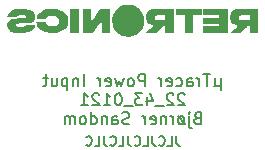
<source format=gbo>
G04 #@! TF.GenerationSoftware,KiCad,Pcbnew,(6.0.8)*
G04 #@! TF.CreationDate,2022-10-30T15:33:41+01:00*
G04 #@! TF.ProjectId,PowerInput,506f7765-7249-46e7-9075-742e6b696361,rev?*
G04 #@! TF.SameCoordinates,Original*
G04 #@! TF.FileFunction,Legend,Bot*
G04 #@! TF.FilePolarity,Positive*
%FSLAX46Y46*%
G04 Gerber Fmt 4.6, Leading zero omitted, Abs format (unit mm)*
G04 Created by KiCad (PCBNEW (6.0.8)) date 2022-10-30 15:33:41*
%MOMM*%
%LPD*%
G01*
G04 APERTURE LIST*
%ADD10C,0.150000*%
%ADD11R,1.700000X1.700000*%
%ADD12O,1.700000X1.700000*%
%ADD13C,3.200000*%
%ADD14C,2.000000*%
%ADD15R,3.000000X3.000000*%
%ADD16C,3.000000*%
%ADD17C,0.800000*%
%ADD18C,6.400000*%
G04 APERTURE END LIST*
D10*
X126195238Y-72061904D02*
X126195238Y-72633333D01*
X126233333Y-72747619D01*
X126309523Y-72823809D01*
X126423809Y-72861904D01*
X126500000Y-72861904D01*
X125433333Y-72861904D02*
X125814285Y-72861904D01*
X125814285Y-72061904D01*
X124709523Y-72785714D02*
X124747619Y-72823809D01*
X124861904Y-72861904D01*
X124938095Y-72861904D01*
X125052380Y-72823809D01*
X125128571Y-72747619D01*
X125166666Y-72671428D01*
X125204761Y-72519047D01*
X125204761Y-72404761D01*
X125166666Y-72252380D01*
X125128571Y-72176190D01*
X125052380Y-72100000D01*
X124938095Y-72061904D01*
X124861904Y-72061904D01*
X124747619Y-72100000D01*
X124709523Y-72138095D01*
X124138095Y-72061904D02*
X124138095Y-72633333D01*
X124176190Y-72747619D01*
X124252380Y-72823809D01*
X124366666Y-72861904D01*
X124442857Y-72861904D01*
X123376190Y-72861904D02*
X123757142Y-72861904D01*
X123757142Y-72061904D01*
X122652380Y-72785714D02*
X122690476Y-72823809D01*
X122804761Y-72861904D01*
X122880952Y-72861904D01*
X122995238Y-72823809D01*
X123071428Y-72747619D01*
X123109523Y-72671428D01*
X123147619Y-72519047D01*
X123147619Y-72404761D01*
X123109523Y-72252380D01*
X123071428Y-72176190D01*
X122995238Y-72100000D01*
X122880952Y-72061904D01*
X122804761Y-72061904D01*
X122690476Y-72100000D01*
X122652380Y-72138095D01*
X122080952Y-72061904D02*
X122080952Y-72633333D01*
X122119047Y-72747619D01*
X122195238Y-72823809D01*
X122309523Y-72861904D01*
X122385714Y-72861904D01*
X121319047Y-72861904D02*
X121700000Y-72861904D01*
X121700000Y-72061904D01*
X120595238Y-72785714D02*
X120633333Y-72823809D01*
X120747619Y-72861904D01*
X120823809Y-72861904D01*
X120938095Y-72823809D01*
X121014285Y-72747619D01*
X121052380Y-72671428D01*
X121090476Y-72519047D01*
X121090476Y-72404761D01*
X121052380Y-72252380D01*
X121014285Y-72176190D01*
X120938095Y-72100000D01*
X120823809Y-72061904D01*
X120747619Y-72061904D01*
X120633333Y-72100000D01*
X120595238Y-72138095D01*
X120023809Y-72061904D02*
X120023809Y-72633333D01*
X120061904Y-72747619D01*
X120138095Y-72823809D01*
X120252380Y-72861904D01*
X120328571Y-72861904D01*
X119261904Y-72861904D02*
X119642857Y-72861904D01*
X119642857Y-72061904D01*
X118538095Y-72785714D02*
X118576190Y-72823809D01*
X118690476Y-72861904D01*
X118766666Y-72861904D01*
X118880952Y-72823809D01*
X118957142Y-72747619D01*
X118995238Y-72671428D01*
X119033333Y-72519047D01*
X119033333Y-72404761D01*
X118995238Y-72252380D01*
X118957142Y-72176190D01*
X118880952Y-72100000D01*
X118766666Y-72061904D01*
X118690476Y-72061904D01*
X118576190Y-72100000D01*
X118538095Y-72138095D01*
X129952380Y-67175714D02*
X129952380Y-68175714D01*
X129476190Y-67699523D02*
X129428571Y-67794761D01*
X129333333Y-67842380D01*
X129952380Y-67699523D02*
X129904761Y-67794761D01*
X129809523Y-67842380D01*
X129619047Y-67842380D01*
X129523809Y-67794761D01*
X129476190Y-67699523D01*
X129476190Y-67175714D01*
X129047619Y-66842380D02*
X128476190Y-66842380D01*
X128761904Y-67842380D02*
X128761904Y-66842380D01*
X128142857Y-67842380D02*
X128142857Y-67175714D01*
X128142857Y-67366190D02*
X128095238Y-67270952D01*
X128047619Y-67223333D01*
X127952380Y-67175714D01*
X127857142Y-67175714D01*
X127095238Y-67842380D02*
X127095238Y-67318571D01*
X127142857Y-67223333D01*
X127238095Y-67175714D01*
X127428571Y-67175714D01*
X127523809Y-67223333D01*
X127095238Y-67794761D02*
X127190476Y-67842380D01*
X127428571Y-67842380D01*
X127523809Y-67794761D01*
X127571428Y-67699523D01*
X127571428Y-67604285D01*
X127523809Y-67509047D01*
X127428571Y-67461428D01*
X127190476Y-67461428D01*
X127095238Y-67413809D01*
X126190476Y-67794761D02*
X126285714Y-67842380D01*
X126476190Y-67842380D01*
X126571428Y-67794761D01*
X126619047Y-67747142D01*
X126666666Y-67651904D01*
X126666666Y-67366190D01*
X126619047Y-67270952D01*
X126571428Y-67223333D01*
X126476190Y-67175714D01*
X126285714Y-67175714D01*
X126190476Y-67223333D01*
X125380952Y-67794761D02*
X125476190Y-67842380D01*
X125666666Y-67842380D01*
X125761904Y-67794761D01*
X125809523Y-67699523D01*
X125809523Y-67318571D01*
X125761904Y-67223333D01*
X125666666Y-67175714D01*
X125476190Y-67175714D01*
X125380952Y-67223333D01*
X125333333Y-67318571D01*
X125333333Y-67413809D01*
X125809523Y-67509047D01*
X124904761Y-67842380D02*
X124904761Y-67175714D01*
X124904761Y-67366190D02*
X124857142Y-67270952D01*
X124809523Y-67223333D01*
X124714285Y-67175714D01*
X124619047Y-67175714D01*
X123523809Y-67842380D02*
X123523809Y-66842380D01*
X123142857Y-66842380D01*
X123047619Y-66890000D01*
X123000000Y-66937619D01*
X122952380Y-67032857D01*
X122952380Y-67175714D01*
X123000000Y-67270952D01*
X123047619Y-67318571D01*
X123142857Y-67366190D01*
X123523809Y-67366190D01*
X122380952Y-67842380D02*
X122476190Y-67794761D01*
X122523809Y-67747142D01*
X122571428Y-67651904D01*
X122571428Y-67366190D01*
X122523809Y-67270952D01*
X122476190Y-67223333D01*
X122380952Y-67175714D01*
X122238095Y-67175714D01*
X122142857Y-67223333D01*
X122095238Y-67270952D01*
X122047619Y-67366190D01*
X122047619Y-67651904D01*
X122095238Y-67747142D01*
X122142857Y-67794761D01*
X122238095Y-67842380D01*
X122380952Y-67842380D01*
X121714285Y-67175714D02*
X121523809Y-67842380D01*
X121333333Y-67366190D01*
X121142857Y-67842380D01*
X120952380Y-67175714D01*
X120190476Y-67794761D02*
X120285714Y-67842380D01*
X120476190Y-67842380D01*
X120571428Y-67794761D01*
X120619047Y-67699523D01*
X120619047Y-67318571D01*
X120571428Y-67223333D01*
X120476190Y-67175714D01*
X120285714Y-67175714D01*
X120190476Y-67223333D01*
X120142857Y-67318571D01*
X120142857Y-67413809D01*
X120619047Y-67509047D01*
X119714285Y-67842380D02*
X119714285Y-67175714D01*
X119714285Y-67366190D02*
X119666666Y-67270952D01*
X119619047Y-67223333D01*
X119523809Y-67175714D01*
X119428571Y-67175714D01*
X118333333Y-67842380D02*
X118333333Y-66842380D01*
X117857142Y-67175714D02*
X117857142Y-67842380D01*
X117857142Y-67270952D02*
X117809523Y-67223333D01*
X117714285Y-67175714D01*
X117571428Y-67175714D01*
X117476190Y-67223333D01*
X117428571Y-67318571D01*
X117428571Y-67842380D01*
X116952380Y-67175714D02*
X116952380Y-68175714D01*
X116952380Y-67223333D02*
X116857142Y-67175714D01*
X116666666Y-67175714D01*
X116571428Y-67223333D01*
X116523809Y-67270952D01*
X116476190Y-67366190D01*
X116476190Y-67651904D01*
X116523809Y-67747142D01*
X116571428Y-67794761D01*
X116666666Y-67842380D01*
X116857142Y-67842380D01*
X116952380Y-67794761D01*
X115619047Y-67175714D02*
X115619047Y-67842380D01*
X116047619Y-67175714D02*
X116047619Y-67699523D01*
X116000000Y-67794761D01*
X115904761Y-67842380D01*
X115761904Y-67842380D01*
X115666666Y-67794761D01*
X115619047Y-67747142D01*
X115285714Y-67175714D02*
X114904761Y-67175714D01*
X115142857Y-66842380D02*
X115142857Y-67699523D01*
X115095238Y-67794761D01*
X115000000Y-67842380D01*
X114904761Y-67842380D01*
X126880952Y-68547619D02*
X126833333Y-68500000D01*
X126738095Y-68452380D01*
X126500000Y-68452380D01*
X126404761Y-68500000D01*
X126357142Y-68547619D01*
X126309523Y-68642857D01*
X126309523Y-68738095D01*
X126357142Y-68880952D01*
X126928571Y-69452380D01*
X126309523Y-69452380D01*
X125928571Y-68547619D02*
X125880952Y-68500000D01*
X125785714Y-68452380D01*
X125547619Y-68452380D01*
X125452380Y-68500000D01*
X125404761Y-68547619D01*
X125357142Y-68642857D01*
X125357142Y-68738095D01*
X125404761Y-68880952D01*
X125976190Y-69452380D01*
X125357142Y-69452380D01*
X125166666Y-69547619D02*
X124404761Y-69547619D01*
X123738095Y-68785714D02*
X123738095Y-69452380D01*
X123976190Y-68404761D02*
X124214285Y-69119047D01*
X123595238Y-69119047D01*
X123309523Y-68452380D02*
X122690476Y-68452380D01*
X123023809Y-68833333D01*
X122880952Y-68833333D01*
X122785714Y-68880952D01*
X122738095Y-68928571D01*
X122690476Y-69023809D01*
X122690476Y-69261904D01*
X122738095Y-69357142D01*
X122785714Y-69404761D01*
X122880952Y-69452380D01*
X123166666Y-69452380D01*
X123261904Y-69404761D01*
X123309523Y-69357142D01*
X122500000Y-69547619D02*
X121738095Y-69547619D01*
X121309523Y-68452380D02*
X121214285Y-68452380D01*
X121119047Y-68500000D01*
X121071428Y-68547619D01*
X121023809Y-68642857D01*
X120976190Y-68833333D01*
X120976190Y-69071428D01*
X121023809Y-69261904D01*
X121071428Y-69357142D01*
X121119047Y-69404761D01*
X121214285Y-69452380D01*
X121309523Y-69452380D01*
X121404761Y-69404761D01*
X121452380Y-69357142D01*
X121500000Y-69261904D01*
X121547619Y-69071428D01*
X121547619Y-68833333D01*
X121500000Y-68642857D01*
X121452380Y-68547619D01*
X121404761Y-68500000D01*
X121309523Y-68452380D01*
X120023809Y-69452380D02*
X120595238Y-69452380D01*
X120309523Y-69452380D02*
X120309523Y-68452380D01*
X120404761Y-68595238D01*
X120500000Y-68690476D01*
X120595238Y-68738095D01*
X119642857Y-68547619D02*
X119595238Y-68500000D01*
X119500000Y-68452380D01*
X119261904Y-68452380D01*
X119166666Y-68500000D01*
X119119047Y-68547619D01*
X119071428Y-68642857D01*
X119071428Y-68738095D01*
X119119047Y-68880952D01*
X119690476Y-69452380D01*
X119071428Y-69452380D01*
X118119047Y-69452380D02*
X118690476Y-69452380D01*
X118404761Y-69452380D02*
X118404761Y-68452380D01*
X118500000Y-68595238D01*
X118595238Y-68690476D01*
X118690476Y-68738095D01*
X127952380Y-70538571D02*
X127809523Y-70586190D01*
X127761904Y-70633809D01*
X127714285Y-70729047D01*
X127714285Y-70871904D01*
X127761904Y-70967142D01*
X127809523Y-71014761D01*
X127904761Y-71062380D01*
X128285714Y-71062380D01*
X128285714Y-70062380D01*
X127952380Y-70062380D01*
X127857142Y-70110000D01*
X127809523Y-70157619D01*
X127761904Y-70252857D01*
X127761904Y-70348095D01*
X127809523Y-70443333D01*
X127857142Y-70490952D01*
X127952380Y-70538571D01*
X128285714Y-70538571D01*
X127285714Y-70395714D02*
X127285714Y-71252857D01*
X127333333Y-71348095D01*
X127428571Y-71395714D01*
X127476190Y-71395714D01*
X127285714Y-70062380D02*
X127333333Y-70110000D01*
X127285714Y-70157619D01*
X127238095Y-70110000D01*
X127285714Y-70062380D01*
X127285714Y-70157619D01*
X126285714Y-70395714D02*
X126904761Y-71062380D01*
X126666666Y-71062380D02*
X126761904Y-71014761D01*
X126809523Y-70967142D01*
X126857142Y-70871904D01*
X126857142Y-70586190D01*
X126809523Y-70490952D01*
X126761904Y-70443333D01*
X126666666Y-70395714D01*
X126523809Y-70395714D01*
X126428571Y-70443333D01*
X126380952Y-70490952D01*
X126333333Y-70586190D01*
X126333333Y-70871904D01*
X126380952Y-70967142D01*
X126428571Y-71014761D01*
X126523809Y-71062380D01*
X126666666Y-71062380D01*
X125904761Y-71062380D02*
X125904761Y-70395714D01*
X125904761Y-70586190D02*
X125857142Y-70490952D01*
X125809523Y-70443333D01*
X125714285Y-70395714D01*
X125619047Y-70395714D01*
X125285714Y-70395714D02*
X125285714Y-71062380D01*
X125285714Y-70490952D02*
X125238095Y-70443333D01*
X125142857Y-70395714D01*
X125000000Y-70395714D01*
X124904761Y-70443333D01*
X124857142Y-70538571D01*
X124857142Y-71062380D01*
X124000000Y-71014761D02*
X124095238Y-71062380D01*
X124285714Y-71062380D01*
X124380952Y-71014761D01*
X124428571Y-70919523D01*
X124428571Y-70538571D01*
X124380952Y-70443333D01*
X124285714Y-70395714D01*
X124095238Y-70395714D01*
X124000000Y-70443333D01*
X123952380Y-70538571D01*
X123952380Y-70633809D01*
X124428571Y-70729047D01*
X123523809Y-71062380D02*
X123523809Y-70395714D01*
X123523809Y-70586190D02*
X123476190Y-70490952D01*
X123428571Y-70443333D01*
X123333333Y-70395714D01*
X123238095Y-70395714D01*
X122190476Y-71014761D02*
X122047619Y-71062380D01*
X121809523Y-71062380D01*
X121714285Y-71014761D01*
X121666666Y-70967142D01*
X121619047Y-70871904D01*
X121619047Y-70776666D01*
X121666666Y-70681428D01*
X121714285Y-70633809D01*
X121809523Y-70586190D01*
X122000000Y-70538571D01*
X122095238Y-70490952D01*
X122142857Y-70443333D01*
X122190476Y-70348095D01*
X122190476Y-70252857D01*
X122142857Y-70157619D01*
X122095238Y-70110000D01*
X122000000Y-70062380D01*
X121761904Y-70062380D01*
X121619047Y-70110000D01*
X120761904Y-71062380D02*
X120761904Y-70538571D01*
X120809523Y-70443333D01*
X120904761Y-70395714D01*
X121095238Y-70395714D01*
X121190476Y-70443333D01*
X120761904Y-71014761D02*
X120857142Y-71062380D01*
X121095238Y-71062380D01*
X121190476Y-71014761D01*
X121238095Y-70919523D01*
X121238095Y-70824285D01*
X121190476Y-70729047D01*
X121095238Y-70681428D01*
X120857142Y-70681428D01*
X120761904Y-70633809D01*
X120285714Y-70395714D02*
X120285714Y-71062380D01*
X120285714Y-70490952D02*
X120238095Y-70443333D01*
X120142857Y-70395714D01*
X120000000Y-70395714D01*
X119904761Y-70443333D01*
X119857142Y-70538571D01*
X119857142Y-71062380D01*
X118952380Y-71062380D02*
X118952380Y-70062380D01*
X118952380Y-71014761D02*
X119047619Y-71062380D01*
X119238095Y-71062380D01*
X119333333Y-71014761D01*
X119380952Y-70967142D01*
X119428571Y-70871904D01*
X119428571Y-70586190D01*
X119380952Y-70490952D01*
X119333333Y-70443333D01*
X119238095Y-70395714D01*
X119047619Y-70395714D01*
X118952380Y-70443333D01*
X118333333Y-71062380D02*
X118428571Y-71014761D01*
X118476190Y-70967142D01*
X118523809Y-70871904D01*
X118523809Y-70586190D01*
X118476190Y-70490952D01*
X118428571Y-70443333D01*
X118333333Y-70395714D01*
X118190476Y-70395714D01*
X118095238Y-70443333D01*
X118047619Y-70490952D01*
X118000000Y-70586190D01*
X118000000Y-70871904D01*
X118047619Y-70967142D01*
X118095238Y-71014761D01*
X118190476Y-71062380D01*
X118333333Y-71062380D01*
X117571428Y-71062380D02*
X117571428Y-70395714D01*
X117571428Y-70490952D02*
X117523809Y-70443333D01*
X117428571Y-70395714D01*
X117285714Y-70395714D01*
X117190476Y-70443333D01*
X117142857Y-70538571D01*
X117142857Y-71062380D01*
X117142857Y-70538571D02*
X117095238Y-70443333D01*
X117000000Y-70395714D01*
X116857142Y-70395714D01*
X116761904Y-70443333D01*
X116714285Y-70538571D01*
X116714285Y-71062380D01*
G36*
X122155479Y-60939234D02*
G01*
X122256353Y-60940785D01*
X122333190Y-60945339D01*
X122396664Y-60954216D01*
X122457449Y-60968742D01*
X122526219Y-60990238D01*
X122721699Y-61070744D01*
X122899574Y-61179504D01*
X123063350Y-61320264D01*
X123146356Y-61409751D01*
X123278818Y-61592594D01*
X123377526Y-61789136D01*
X123441838Y-61995849D01*
X123471112Y-62209206D01*
X123464706Y-62425676D01*
X123421979Y-62641734D01*
X123342288Y-62853849D01*
X123334017Y-62871138D01*
X123232235Y-63049564D01*
X123112309Y-63206345D01*
X122980369Y-63333361D01*
X122953076Y-63354298D01*
X122855511Y-63418646D01*
X122741976Y-63482008D01*
X122623995Y-63538701D01*
X122513090Y-63583041D01*
X122420785Y-63609347D01*
X122378308Y-63617614D01*
X122317077Y-63629555D01*
X122277012Y-63637399D01*
X122260191Y-63640355D01*
X122147929Y-63647959D01*
X122014785Y-63641258D01*
X121872575Y-63621786D01*
X121733114Y-63591074D01*
X121608218Y-63550656D01*
X121495523Y-63498310D01*
X121332143Y-63395756D01*
X121178687Y-63269476D01*
X121044624Y-63127574D01*
X120939427Y-62978159D01*
X120934542Y-62969700D01*
X120838908Y-62765320D01*
X120779193Y-62551240D01*
X120755508Y-62331310D01*
X120767965Y-62109378D01*
X120816675Y-61889293D01*
X120901749Y-61674906D01*
X120902574Y-61673228D01*
X120953483Y-61576402D01*
X121004153Y-61497759D01*
X121064711Y-61423341D01*
X121145284Y-61339187D01*
X121213491Y-61274287D01*
X121364164Y-61154499D01*
X121523264Y-61062141D01*
X121701917Y-60990238D01*
X121726716Y-60982111D01*
X121791594Y-60963119D01*
X121852093Y-60950650D01*
X121918889Y-60943382D01*
X122002656Y-60939991D01*
X122114068Y-60939155D01*
X122155479Y-60939234D01*
G37*
G36*
X115877682Y-61285929D02*
G01*
X115965547Y-61290152D01*
X116039233Y-61297800D01*
X116107976Y-61309652D01*
X116181012Y-61326491D01*
X116280109Y-61354514D01*
X116479368Y-61433776D01*
X116651280Y-61535970D01*
X116794306Y-61659620D01*
X116906908Y-61803253D01*
X116987546Y-61965393D01*
X117034682Y-62144566D01*
X117046290Y-62271402D01*
X117035504Y-62454942D01*
X116993896Y-62629138D01*
X116971705Y-62687123D01*
X116883820Y-62846991D01*
X116764592Y-62986729D01*
X116615651Y-63105189D01*
X116438632Y-63201229D01*
X116235165Y-63273701D01*
X116006883Y-63321463D01*
X115912047Y-63332216D01*
X115735479Y-63339640D01*
X115549869Y-63334108D01*
X115366768Y-63316504D01*
X115197728Y-63287710D01*
X115054300Y-63248611D01*
X114916943Y-63193133D01*
X114744884Y-63096567D01*
X114600162Y-62980719D01*
X114485238Y-62848075D01*
X114402576Y-62701120D01*
X114354636Y-62542340D01*
X114336359Y-62441698D01*
X115112436Y-62441698D01*
X115135215Y-62496691D01*
X115141762Y-62510927D01*
X115195984Y-62586040D01*
X115277117Y-62656485D01*
X115375880Y-62713886D01*
X115421520Y-62732809D01*
X115468272Y-62745786D01*
X115524328Y-62753441D01*
X115599359Y-62757078D01*
X115703035Y-62758000D01*
X115768776Y-62757826D01*
X115849543Y-62756089D01*
X115907943Y-62751111D01*
X115953827Y-62741239D01*
X115997046Y-62724819D01*
X116047453Y-62700197D01*
X116113464Y-62660445D01*
X116201536Y-62576305D01*
X116257680Y-62471225D01*
X116282889Y-62343704D01*
X116282810Y-62265662D01*
X116255316Y-62141335D01*
X116194686Y-62034401D01*
X116102819Y-61947760D01*
X115981617Y-61884310D01*
X115954516Y-61875339D01*
X115846987Y-61854704D01*
X115721833Y-61847450D01*
X115592580Y-61853182D01*
X115472753Y-61871503D01*
X115375880Y-61902019D01*
X115356087Y-61911412D01*
X115260164Y-61971230D01*
X115183396Y-62043028D01*
X115135215Y-62118328D01*
X115112436Y-62173321D01*
X114333535Y-62173321D01*
X114344621Y-62101434D01*
X114355850Y-62043047D01*
X114412159Y-61882261D01*
X114502395Y-61736717D01*
X114625074Y-61607792D01*
X114778707Y-61496862D01*
X114961808Y-61405303D01*
X115172891Y-61334492D01*
X115244042Y-61316499D01*
X115311014Y-61302853D01*
X115379036Y-61293732D01*
X115457426Y-61288219D01*
X115555507Y-61285397D01*
X115682597Y-61284350D01*
X115766403Y-61284348D01*
X115877682Y-61285929D01*
G37*
G36*
X113219276Y-61279209D02*
G01*
X113453754Y-61302831D01*
X113659831Y-61346232D01*
X113835596Y-61408938D01*
X113980114Y-61490527D01*
X114092450Y-61590577D01*
X114171669Y-61708667D01*
X114194791Y-61759239D01*
X114214123Y-61818982D01*
X114223213Y-61884520D01*
X114225359Y-61972038D01*
X114221851Y-62054051D01*
X114201145Y-62160759D01*
X114158247Y-62250267D01*
X114089035Y-62333503D01*
X114058262Y-62362586D01*
X114007905Y-62401724D01*
X113951554Y-62433193D01*
X113884588Y-62457972D01*
X113802388Y-62477039D01*
X113700334Y-62491374D01*
X113573808Y-62501955D01*
X113418190Y-62509761D01*
X113228861Y-62515771D01*
X113133577Y-62518374D01*
X112989570Y-62523130D01*
X112877324Y-62528580D01*
X112792615Y-62535434D01*
X112731214Y-62544401D01*
X112688895Y-62556191D01*
X112661432Y-62571512D01*
X112644597Y-62591076D01*
X112634164Y-62615590D01*
X112625977Y-62670319D01*
X112646594Y-62729588D01*
X112702322Y-62774692D01*
X112792751Y-62805333D01*
X112917473Y-62821217D01*
X112962512Y-62822960D01*
X113096412Y-62817589D01*
X113221851Y-62797794D01*
X113331500Y-62765545D01*
X113418029Y-62722814D01*
X113474111Y-62671569D01*
X113476989Y-62667581D01*
X113488855Y-62655160D01*
X113506622Y-62646223D01*
X113535695Y-62640311D01*
X113581479Y-62636968D01*
X113649379Y-62635734D01*
X113744801Y-62636153D01*
X113873151Y-62637766D01*
X114244861Y-62642981D01*
X114238622Y-62700491D01*
X114224720Y-62763802D01*
X114184734Y-62860636D01*
X114127439Y-62956127D01*
X114060414Y-63036005D01*
X114004596Y-63083958D01*
X113874427Y-63166236D01*
X113717787Y-63235341D01*
X113541769Y-63288397D01*
X113353465Y-63322531D01*
X113339089Y-63324198D01*
X113229706Y-63332195D01*
X113098904Y-63335602D01*
X112956628Y-63334732D01*
X112812821Y-63329898D01*
X112677428Y-63321414D01*
X112560390Y-63309593D01*
X112471653Y-63294748D01*
X112389065Y-63273256D01*
X112222382Y-63209853D01*
X112085591Y-63127299D01*
X111979988Y-63027003D01*
X111906872Y-62910376D01*
X111867540Y-62778827D01*
X111863290Y-62633767D01*
X111876946Y-62543765D01*
X111923963Y-62408679D01*
X112000520Y-62297903D01*
X112106257Y-62211895D01*
X112240814Y-62151117D01*
X112260258Y-62145073D01*
X112304050Y-62133570D01*
X112352790Y-62124477D01*
X112412043Y-62117328D01*
X112487373Y-62111658D01*
X112584346Y-62107000D01*
X112708526Y-62102890D01*
X112865479Y-62098862D01*
X112947495Y-62096858D01*
X113084785Y-62092995D01*
X113190804Y-62088986D01*
X113270260Y-62084441D01*
X113327861Y-62078967D01*
X113368315Y-62072175D01*
X113396329Y-62063672D01*
X113416611Y-62053068D01*
X113443324Y-62030156D01*
X113468483Y-61977279D01*
X113460086Y-61920095D01*
X113418056Y-61868060D01*
X113389066Y-61848069D01*
X113301593Y-61811808D01*
X113189026Y-61794435D01*
X113046748Y-61795042D01*
X112975377Y-61801071D01*
X112844471Y-61825811D01*
X112744912Y-61867224D01*
X112674103Y-61926223D01*
X112627487Y-61981623D01*
X111872489Y-61981623D01*
X111885032Y-61903185D01*
X111915847Y-61791266D01*
X111984231Y-61668505D01*
X112084458Y-61560272D01*
X112214111Y-61467697D01*
X112370777Y-61391909D01*
X112552041Y-61334037D01*
X112755489Y-61295210D01*
X112978705Y-61276558D01*
X113219276Y-61279209D01*
G37*
G36*
X132389087Y-63323510D02*
G01*
X132389087Y-62690906D01*
X132329907Y-62690906D01*
X132329404Y-62690907D01*
X132306751Y-62694426D01*
X132279426Y-62706746D01*
X132243686Y-62730916D01*
X132195788Y-62769984D01*
X132131989Y-62826999D01*
X132048547Y-62905009D01*
X131941718Y-63007062D01*
X131612710Y-63323219D01*
X131156443Y-63323364D01*
X130700177Y-63323510D01*
X131051009Y-63024699D01*
X131119352Y-62966194D01*
X131210019Y-62887569D01*
X131287186Y-62819450D01*
X131346897Y-62765385D01*
X131385193Y-62728919D01*
X131398118Y-62713599D01*
X131380907Y-62703784D01*
X131335937Y-62688377D01*
X131273514Y-62671231D01*
X131215755Y-62655695D01*
X131098343Y-62613021D01*
X131002635Y-62558123D01*
X130916990Y-62484920D01*
X130907752Y-62475552D01*
X130836795Y-62388861D01*
X130788516Y-62294492D01*
X130759150Y-62182800D01*
X130745342Y-62048131D01*
X131507276Y-62048131D01*
X131519786Y-62139025D01*
X131559448Y-62207158D01*
X131626420Y-62248566D01*
X131651044Y-62253684D01*
X131713860Y-62259959D01*
X131803614Y-62264854D01*
X131913649Y-62268035D01*
X132037306Y-62269170D01*
X132389087Y-62269170D01*
X132389087Y-61828264D01*
X132033830Y-61828264D01*
X132016030Y-61828276D01*
X131863160Y-61829897D01*
X131744034Y-61835469D01*
X131654533Y-61846710D01*
X131590539Y-61865339D01*
X131547935Y-61893076D01*
X131522601Y-61931641D01*
X131510421Y-61982753D01*
X131507276Y-62048131D01*
X130745342Y-62048131D01*
X130744933Y-62044141D01*
X130745801Y-61916660D01*
X130772921Y-61759112D01*
X130830832Y-61624092D01*
X130920211Y-61510546D01*
X131041738Y-61417421D01*
X131196091Y-61343660D01*
X131209912Y-61338550D01*
X131236337Y-61329801D01*
X131265052Y-61322529D01*
X131299663Y-61316567D01*
X131343773Y-61311746D01*
X131400988Y-61307900D01*
X131474912Y-61304859D01*
X131569151Y-61302455D01*
X131687310Y-61300521D01*
X131832993Y-61298889D01*
X132009805Y-61297389D01*
X132221351Y-61295855D01*
X133136710Y-61289459D01*
X133136710Y-63323510D01*
X132389087Y-63323510D01*
G37*
G36*
X130529616Y-63323510D02*
G01*
X128478446Y-63323510D01*
X128478446Y-62767585D01*
X129781993Y-62767585D01*
X129781993Y-62556717D01*
X128478446Y-62556717D01*
X128478446Y-62077472D01*
X129781993Y-62077472D01*
X129781993Y-61847434D01*
X128478446Y-61847434D01*
X128478446Y-61291510D01*
X130529616Y-61291510D01*
X130529616Y-63323510D01*
G37*
G36*
X128344257Y-61847434D02*
G01*
X127634974Y-61847434D01*
X127634974Y-63323510D01*
X126887351Y-63323510D01*
X126887351Y-61847434D01*
X126178068Y-61847434D01*
X126178068Y-61291510D01*
X128344257Y-61291510D01*
X128344257Y-61847434D01*
G37*
G36*
X125257917Y-63323510D02*
G01*
X125257917Y-62690906D01*
X125198737Y-62690906D01*
X125198234Y-62690907D01*
X125175581Y-62694426D01*
X125148256Y-62706746D01*
X125112516Y-62730916D01*
X125064618Y-62769984D01*
X125000819Y-62826999D01*
X124917377Y-62905009D01*
X124810548Y-63007062D01*
X124481540Y-63323219D01*
X124025274Y-63323364D01*
X123569007Y-63323510D01*
X123919840Y-63024699D01*
X123988182Y-62966194D01*
X124078849Y-62887569D01*
X124156016Y-62819450D01*
X124215727Y-62765385D01*
X124254023Y-62728919D01*
X124266948Y-62713599D01*
X124249737Y-62703784D01*
X124204767Y-62688377D01*
X124142344Y-62671231D01*
X124084585Y-62655695D01*
X123967173Y-62613021D01*
X123871465Y-62558123D01*
X123785821Y-62484920D01*
X123776582Y-62475552D01*
X123705626Y-62388861D01*
X123657346Y-62294492D01*
X123627980Y-62182800D01*
X123614172Y-62048131D01*
X124376106Y-62048131D01*
X124388617Y-62139025D01*
X124428279Y-62207158D01*
X124495250Y-62248566D01*
X124519874Y-62253684D01*
X124582690Y-62259959D01*
X124672444Y-62264854D01*
X124782479Y-62268035D01*
X124906137Y-62269170D01*
X125257917Y-62269170D01*
X125257917Y-61828264D01*
X124902660Y-61828264D01*
X124884860Y-61828276D01*
X124731991Y-61829897D01*
X124612864Y-61835469D01*
X124523363Y-61846710D01*
X124459370Y-61865339D01*
X124416765Y-61893076D01*
X124391431Y-61931641D01*
X124379251Y-61982753D01*
X124376106Y-62048131D01*
X123614172Y-62048131D01*
X123613763Y-62044141D01*
X123614631Y-61916660D01*
X123641751Y-61759112D01*
X123699662Y-61624092D01*
X123789041Y-61510546D01*
X123910568Y-61417421D01*
X124064921Y-61343660D01*
X124078742Y-61338550D01*
X124105167Y-61329801D01*
X124133883Y-61322529D01*
X124168493Y-61316567D01*
X124212603Y-61311746D01*
X124269818Y-61307900D01*
X124343742Y-61304859D01*
X124437981Y-61302455D01*
X124556140Y-61300521D01*
X124701823Y-61298889D01*
X124878635Y-61297389D01*
X125090182Y-61295855D01*
X126005540Y-61289459D01*
X126005540Y-63323510D01*
X125257917Y-63323510D01*
G37*
G36*
X118970219Y-61818680D02*
G01*
X118970431Y-61945177D01*
X118971442Y-62081650D01*
X118973428Y-62185708D01*
X118976541Y-62260726D01*
X118980936Y-62310076D01*
X118986765Y-62337132D01*
X118994182Y-62345268D01*
X119002733Y-62338223D01*
X119031445Y-62303441D01*
X119076858Y-62242917D01*
X119136295Y-62160387D01*
X119207080Y-62059585D01*
X119286537Y-61944244D01*
X119371990Y-61818098D01*
X119725835Y-61291510D01*
X120599653Y-61291510D01*
X120599653Y-63323510D01*
X119852031Y-63323510D01*
X119852031Y-62815510D01*
X119851512Y-62682882D01*
X119850013Y-62561043D01*
X119847678Y-62457600D01*
X119844655Y-62377540D01*
X119841089Y-62325848D01*
X119837127Y-62307510D01*
X119830620Y-62313428D01*
X119803836Y-62346073D01*
X119759310Y-62404028D01*
X119699779Y-62483621D01*
X119627979Y-62581179D01*
X119546648Y-62693031D01*
X119458523Y-62815504D01*
X119094823Y-63323499D01*
X118668295Y-63323504D01*
X118241766Y-63323510D01*
X118241766Y-61291510D01*
X118970219Y-61291510D01*
X118970219Y-61818680D01*
G37*
G36*
X117954219Y-63323510D02*
G01*
X117206597Y-63323510D01*
X117206597Y-61291510D01*
X117954219Y-61291510D01*
X117954219Y-63323510D01*
G37*
%LPC*%
D11*
X104750000Y-63750000D03*
D12*
X104750000Y-66290000D03*
D13*
X73500000Y-72500000D03*
X73500000Y-57500000D03*
D14*
X96000000Y-52000000D03*
X93600000Y-62000000D03*
D15*
X125210000Y-78000000D03*
D16*
X130290000Y-78000000D03*
D15*
X130290000Y-52000000D03*
D16*
X125210000Y-52000000D03*
D15*
X84500000Y-59941500D03*
D16*
X84500000Y-65021500D03*
X84500000Y-70101500D03*
X119540000Y-78000000D03*
D15*
X114460000Y-78000000D03*
X119540000Y-52000000D03*
D16*
X114460000Y-52000000D03*
D15*
X102500000Y-78000000D03*
D16*
X107580000Y-78000000D03*
X102500000Y-52000000D03*
D15*
X107580000Y-52000000D03*
X84500000Y-76460000D03*
D16*
X84500000Y-81540000D03*
D13*
X136500000Y-81500000D03*
X136500000Y-48500000D03*
X73500000Y-81500000D03*
D17*
X73500000Y-46100000D03*
X75197056Y-50197056D03*
X75197056Y-46802944D03*
X75900000Y-48500000D03*
D18*
X73500000Y-48500000D03*
D17*
X73500000Y-50900000D03*
X71802944Y-46802944D03*
X71802944Y-50197056D03*
X71100000Y-48500000D03*
D14*
X119540000Y-65000000D03*
X114460000Y-65000000D03*
X130500000Y-65000000D03*
X125420000Y-65000000D03*
X81960000Y-51500000D03*
X87040000Y-51500000D03*
X95000000Y-72000000D03*
X95000000Y-82000000D03*
M02*

</source>
